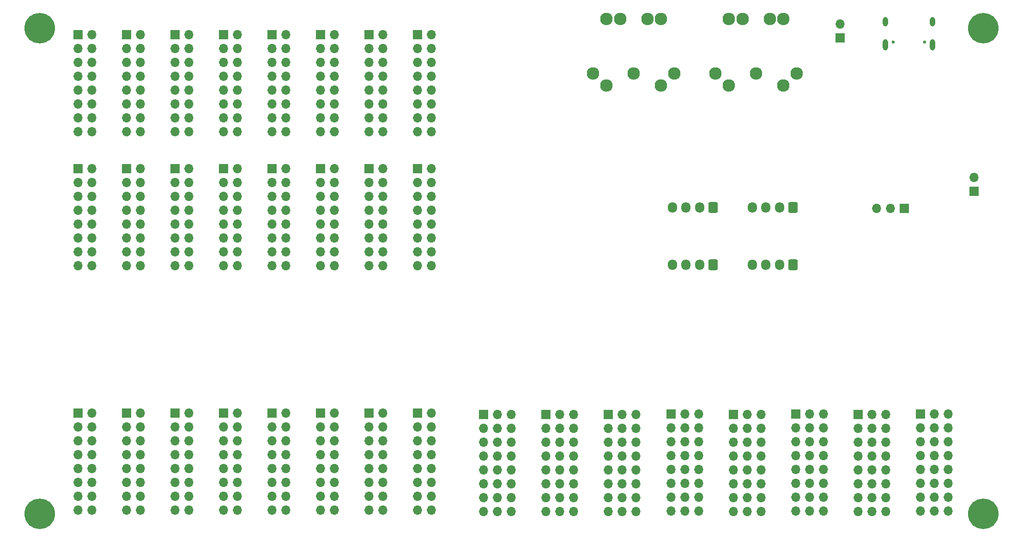
<source format=gbs>
G04 #@! TF.GenerationSoftware,KiCad,Pcbnew,7.0.8*
G04 #@! TF.CreationDate,2023-10-07T11:33:10+02:00*
G04 #@! TF.ProjectId,OpenDeck-r3.1.2,4f70656e-4465-4636-9b2d-72332e312e32,rev?*
G04 #@! TF.SameCoordinates,Original*
G04 #@! TF.FileFunction,Soldermask,Bot*
G04 #@! TF.FilePolarity,Negative*
%FSLAX46Y46*%
G04 Gerber Fmt 4.6, Leading zero omitted, Abs format (unit mm)*
G04 Created by KiCad (PCBNEW 7.0.8) date 2023-10-07 11:33:10*
%MOMM*%
%LPD*%
G01*
G04 APERTURE LIST*
G04 Aperture macros list*
%AMRoundRect*
0 Rectangle with rounded corners*
0 $1 Rounding radius*
0 $2 $3 $4 $5 $6 $7 $8 $9 X,Y pos of 4 corners*
0 Add a 4 corners polygon primitive as box body*
4,1,4,$2,$3,$4,$5,$6,$7,$8,$9,$2,$3,0*
0 Add four circle primitives for the rounded corners*
1,1,$1+$1,$2,$3*
1,1,$1+$1,$4,$5*
1,1,$1+$1,$6,$7*
1,1,$1+$1,$8,$9*
0 Add four rect primitives between the rounded corners*
20,1,$1+$1,$2,$3,$4,$5,0*
20,1,$1+$1,$4,$5,$6,$7,0*
20,1,$1+$1,$6,$7,$8,$9,0*
20,1,$1+$1,$8,$9,$2,$3,0*%
G04 Aperture macros list end*
%ADD10R,1.700000X1.700000*%
%ADD11O,1.700000X1.700000*%
%ADD12C,5.600000*%
%ADD13RoundRect,0.250000X0.600000X0.725000X-0.600000X0.725000X-0.600000X-0.725000X0.600000X-0.725000X0*%
%ADD14O,1.700000X1.950000*%
%ADD15C,2.300000*%
%ADD16C,0.600000*%
%ADD17O,0.950000X2.050000*%
%ADD18O,0.950000X1.750000*%
G04 APERTURE END LIST*
D10*
X166365000Y-100775000D03*
D11*
X166365000Y-103315000D03*
X166365000Y-105855000D03*
X166365000Y-108395000D03*
X166365000Y-110935000D03*
X166365000Y-113475000D03*
X166365000Y-116015000D03*
X166365000Y-118555000D03*
X168905000Y-100775000D03*
X168905000Y-103315000D03*
X168905000Y-105855000D03*
X168905000Y-108395000D03*
X168905000Y-110935000D03*
X168905000Y-113475000D03*
X168905000Y-116015000D03*
X168905000Y-118555000D03*
X171445000Y-100775000D03*
X171445000Y-103315000D03*
X171445000Y-105855000D03*
X171445000Y-108395000D03*
X171445000Y-110935000D03*
X171445000Y-113475000D03*
X171445000Y-116015000D03*
X171445000Y-118555000D03*
D12*
X258000000Y-30000000D03*
D13*
X208474000Y-73406000D03*
D14*
X205974000Y-73406000D03*
X203474000Y-73406000D03*
X200974000Y-73406000D03*
D10*
X256286000Y-59944000D03*
D11*
X256286000Y-57404000D03*
D13*
X223123000Y-62882000D03*
D14*
X220623000Y-62882000D03*
X218123000Y-62882000D03*
X215623000Y-62882000D03*
D15*
X208908000Y-38313000D03*
X216358000Y-38313000D03*
X223808000Y-38313000D03*
X211358000Y-40513000D03*
X221358000Y-40513000D03*
X221358000Y-28363000D03*
X211358000Y-28363000D03*
X213858000Y-28363000D03*
X218858000Y-28363000D03*
D10*
X223652000Y-100745000D03*
D11*
X223652000Y-103285000D03*
X223652000Y-105825000D03*
X223652000Y-108365000D03*
X223652000Y-110905000D03*
X223652000Y-113445000D03*
X223652000Y-115985000D03*
X223652000Y-118525000D03*
X226192000Y-100745000D03*
X226192000Y-103285000D03*
X226192000Y-105825000D03*
X226192000Y-108365000D03*
X226192000Y-110905000D03*
X226192000Y-113445000D03*
X226192000Y-115985000D03*
X226192000Y-118525000D03*
X228732000Y-100745000D03*
X228732000Y-103285000D03*
X228732000Y-105825000D03*
X228732000Y-108365000D03*
X228732000Y-110905000D03*
X228732000Y-113445000D03*
X228732000Y-115985000D03*
X228732000Y-118525000D03*
D10*
X100930596Y-100545916D03*
D11*
X103470596Y-100545916D03*
X100930596Y-103085916D03*
X103470596Y-103085916D03*
X100930596Y-105625916D03*
X103470596Y-105625916D03*
X100930596Y-108165916D03*
X103470596Y-108165916D03*
X100930596Y-110705916D03*
X103470596Y-110705916D03*
X100930596Y-113245916D03*
X103470596Y-113245916D03*
X100930596Y-115785916D03*
X103470596Y-115785916D03*
X100930596Y-118325916D03*
X103470596Y-118325916D03*
D13*
X223139000Y-73406000D03*
D14*
X220639000Y-73406000D03*
X218139000Y-73406000D03*
X215639000Y-73406000D03*
D10*
X92075000Y-55753000D03*
D11*
X94615000Y-55753000D03*
X92075000Y-58293000D03*
X94615000Y-58293000D03*
X92075000Y-60833000D03*
X94615000Y-60833000D03*
X92075000Y-63373000D03*
X94615000Y-63373000D03*
X92075000Y-65913000D03*
X94615000Y-65913000D03*
X92075000Y-68453000D03*
X94615000Y-68453000D03*
X92075000Y-70993000D03*
X94615000Y-70993000D03*
X92075000Y-73533000D03*
X94615000Y-73533000D03*
D10*
X109855000Y-55753000D03*
D11*
X112395000Y-55753000D03*
X109855000Y-58293000D03*
X112395000Y-58293000D03*
X109855000Y-60833000D03*
X112395000Y-60833000D03*
X109855000Y-63373000D03*
X112395000Y-63373000D03*
X109855000Y-65913000D03*
X112395000Y-65913000D03*
X109855000Y-68453000D03*
X112395000Y-68453000D03*
X109855000Y-70993000D03*
X112395000Y-70993000D03*
X109855000Y-73533000D03*
X112395000Y-73533000D03*
D10*
X243469400Y-63042800D03*
D11*
X240929400Y-63042800D03*
X238389400Y-63042800D03*
D10*
X136525000Y-31242000D03*
D11*
X139065000Y-31242000D03*
X136525000Y-33782000D03*
X139065000Y-33782000D03*
X136525000Y-36322000D03*
X139065000Y-36322000D03*
X136525000Y-38862000D03*
X139065000Y-38862000D03*
X136525000Y-41402000D03*
X139065000Y-41402000D03*
X136525000Y-43942000D03*
X139065000Y-43942000D03*
X136525000Y-46482000D03*
X139065000Y-46482000D03*
X136525000Y-49022000D03*
X139065000Y-49022000D03*
D10*
X109855000Y-31242000D03*
D11*
X112395000Y-31242000D03*
X109855000Y-33782000D03*
X112395000Y-33782000D03*
X109855000Y-36322000D03*
X112395000Y-36322000D03*
X109855000Y-38862000D03*
X112395000Y-38862000D03*
X109855000Y-41402000D03*
X112395000Y-41402000D03*
X109855000Y-43942000D03*
X112395000Y-43942000D03*
X109855000Y-46482000D03*
X112395000Y-46482000D03*
X109855000Y-49022000D03*
X112395000Y-49022000D03*
D12*
X258000000Y-119000000D03*
D10*
X100965000Y-55753000D03*
D11*
X103505000Y-55753000D03*
X100965000Y-58293000D03*
X103505000Y-58293000D03*
X100965000Y-60833000D03*
X103505000Y-60833000D03*
X100965000Y-63373000D03*
X103505000Y-63373000D03*
X100965000Y-65913000D03*
X103505000Y-65913000D03*
X100965000Y-68453000D03*
X103505000Y-68453000D03*
X100965000Y-70993000D03*
X103505000Y-70993000D03*
X100965000Y-73533000D03*
X103505000Y-73533000D03*
D10*
X136490596Y-100545916D03*
D11*
X139030596Y-100545916D03*
X136490596Y-103085916D03*
X139030596Y-103085916D03*
X136490596Y-105625916D03*
X139030596Y-105625916D03*
X136490596Y-108165916D03*
X139030596Y-108165916D03*
X136490596Y-110705916D03*
X139030596Y-110705916D03*
X136490596Y-113245916D03*
X139030596Y-113245916D03*
X136490596Y-115785916D03*
X139030596Y-115785916D03*
X136490596Y-118325916D03*
X139030596Y-118325916D03*
D10*
X92075000Y-31242000D03*
D11*
X94615000Y-31242000D03*
X92075000Y-33782000D03*
X94615000Y-33782000D03*
X92075000Y-36322000D03*
X94615000Y-36322000D03*
X92075000Y-38862000D03*
X94615000Y-38862000D03*
X92075000Y-41402000D03*
X94615000Y-41402000D03*
X92075000Y-43942000D03*
X94615000Y-43942000D03*
X92075000Y-46482000D03*
X94615000Y-46482000D03*
X92075000Y-49022000D03*
X94615000Y-49022000D03*
D10*
X92040596Y-100530916D03*
D11*
X94580596Y-100530916D03*
X92040596Y-103070916D03*
X94580596Y-103070916D03*
X92040596Y-105610916D03*
X94580596Y-105610916D03*
X92040596Y-108150916D03*
X94580596Y-108150916D03*
X92040596Y-110690916D03*
X94580596Y-110690916D03*
X92040596Y-113230916D03*
X94580596Y-113230916D03*
X92040596Y-115770916D03*
X94580596Y-115770916D03*
X92040596Y-118310916D03*
X94580596Y-118310916D03*
D13*
X208474000Y-62882000D03*
D14*
X205974000Y-62882000D03*
X203474000Y-62882000D03*
X200974000Y-62882000D03*
D10*
X246507000Y-100745000D03*
D11*
X246507000Y-103285000D03*
X246507000Y-105825000D03*
X246507000Y-108365000D03*
X246507000Y-110905000D03*
X246507000Y-113445000D03*
X246507000Y-115985000D03*
X246507000Y-118525000D03*
X249047000Y-100745000D03*
X249047000Y-103285000D03*
X249047000Y-105825000D03*
X249047000Y-108365000D03*
X249047000Y-110905000D03*
X249047000Y-113445000D03*
X249047000Y-115985000D03*
X249047000Y-118525000D03*
X251587000Y-100745000D03*
X251587000Y-103285000D03*
X251587000Y-105825000D03*
X251587000Y-108365000D03*
X251587000Y-110905000D03*
X251587000Y-113445000D03*
X251587000Y-115985000D03*
X251587000Y-118525000D03*
D10*
X136525000Y-55753000D03*
D11*
X139065000Y-55753000D03*
X136525000Y-58293000D03*
X139065000Y-58293000D03*
X136525000Y-60833000D03*
X139065000Y-60833000D03*
X136525000Y-63373000D03*
X139065000Y-63373000D03*
X136525000Y-65913000D03*
X139065000Y-65913000D03*
X136525000Y-68453000D03*
X139065000Y-68453000D03*
X136525000Y-70993000D03*
X139065000Y-70993000D03*
X136525000Y-73533000D03*
X139065000Y-73533000D03*
D10*
X145415000Y-31242000D03*
D11*
X147955000Y-31242000D03*
X145415000Y-33782000D03*
X147955000Y-33782000D03*
X145415000Y-36322000D03*
X147955000Y-36322000D03*
X145415000Y-38862000D03*
X147955000Y-38862000D03*
X145415000Y-41402000D03*
X147955000Y-41402000D03*
X145415000Y-43942000D03*
X147955000Y-43942000D03*
X145415000Y-46482000D03*
X147955000Y-46482000D03*
X145415000Y-49022000D03*
X147955000Y-49022000D03*
D10*
X127635000Y-31242000D03*
D11*
X130175000Y-31242000D03*
X127635000Y-33782000D03*
X130175000Y-33782000D03*
X127635000Y-36322000D03*
X130175000Y-36322000D03*
X127635000Y-38862000D03*
X130175000Y-38862000D03*
X127635000Y-41402000D03*
X130175000Y-41402000D03*
X127635000Y-43942000D03*
X130175000Y-43942000D03*
X127635000Y-46482000D03*
X130175000Y-46482000D03*
X127635000Y-49022000D03*
X130175000Y-49022000D03*
D15*
X186458000Y-38313000D03*
X193908000Y-38313000D03*
X201358000Y-38313000D03*
X188908000Y-40513000D03*
X198908000Y-40513000D03*
X198908000Y-28363000D03*
X188908000Y-28363000D03*
X191408000Y-28363000D03*
X196408000Y-28363000D03*
D10*
X145415000Y-55753000D03*
D11*
X147955000Y-55753000D03*
X145415000Y-58293000D03*
X147955000Y-58293000D03*
X145415000Y-60833000D03*
X147955000Y-60833000D03*
X145415000Y-63373000D03*
X147955000Y-63373000D03*
X145415000Y-65913000D03*
X147955000Y-65913000D03*
X145415000Y-68453000D03*
X147955000Y-68453000D03*
X145415000Y-70993000D03*
X147955000Y-70993000D03*
X145415000Y-73533000D03*
X147955000Y-73533000D03*
D10*
X109820596Y-100545916D03*
D11*
X112360596Y-100545916D03*
X109820596Y-103085916D03*
X112360596Y-103085916D03*
X109820596Y-105625916D03*
X112360596Y-105625916D03*
X109820596Y-108165916D03*
X112360596Y-108165916D03*
X109820596Y-110705916D03*
X112360596Y-110705916D03*
X109820596Y-113245916D03*
X112360596Y-113245916D03*
X109820596Y-115785916D03*
X112360596Y-115785916D03*
X109820596Y-118325916D03*
X112360596Y-118325916D03*
D10*
X118745000Y-31242000D03*
D11*
X121285000Y-31242000D03*
X118745000Y-33782000D03*
X121285000Y-33782000D03*
X118745000Y-36322000D03*
X121285000Y-36322000D03*
X118745000Y-38862000D03*
X121285000Y-38862000D03*
X118745000Y-41402000D03*
X121285000Y-41402000D03*
X118745000Y-43942000D03*
X121285000Y-43942000D03*
X118745000Y-46482000D03*
X121285000Y-46482000D03*
X118745000Y-49022000D03*
X121285000Y-49022000D03*
D10*
X231749600Y-31805800D03*
D11*
X231749600Y-29265800D03*
D10*
X127635000Y-55753000D03*
D11*
X130175000Y-55753000D03*
X127635000Y-58293000D03*
X130175000Y-58293000D03*
X127635000Y-60833000D03*
X130175000Y-60833000D03*
X127635000Y-63373000D03*
X130175000Y-63373000D03*
X127635000Y-65913000D03*
X130175000Y-65913000D03*
X127635000Y-68453000D03*
X130175000Y-68453000D03*
X127635000Y-70993000D03*
X130175000Y-70993000D03*
X127635000Y-73533000D03*
X130175000Y-73533000D03*
D10*
X127600596Y-100545916D03*
D11*
X130140596Y-100545916D03*
X127600596Y-103085916D03*
X130140596Y-103085916D03*
X127600596Y-105625916D03*
X130140596Y-105625916D03*
X127600596Y-108165916D03*
X130140596Y-108165916D03*
X127600596Y-110705916D03*
X130140596Y-110705916D03*
X127600596Y-113245916D03*
X130140596Y-113245916D03*
X127600596Y-115785916D03*
X130140596Y-115785916D03*
X127600596Y-118325916D03*
X130140596Y-118325916D03*
D10*
X200792000Y-100745000D03*
D11*
X200792000Y-103285000D03*
X200792000Y-105825000D03*
X200792000Y-108365000D03*
X200792000Y-110905000D03*
X200792000Y-113445000D03*
X200792000Y-115985000D03*
X200792000Y-118525000D03*
X203332000Y-100745000D03*
X203332000Y-103285000D03*
X203332000Y-105825000D03*
X203332000Y-108365000D03*
X203332000Y-110905000D03*
X203332000Y-113445000D03*
X203332000Y-115985000D03*
X203332000Y-118525000D03*
X205872000Y-100745000D03*
X205872000Y-103285000D03*
X205872000Y-105825000D03*
X205872000Y-108365000D03*
X205872000Y-110905000D03*
X205872000Y-113445000D03*
X205872000Y-115985000D03*
X205872000Y-118525000D03*
D12*
X85000000Y-119000000D03*
D10*
X177800000Y-100760000D03*
D11*
X177800000Y-103300000D03*
X177800000Y-105840000D03*
X177800000Y-108380000D03*
X177800000Y-110920000D03*
X177800000Y-113460000D03*
X177800000Y-116000000D03*
X177800000Y-118540000D03*
X180340000Y-100760000D03*
X180340000Y-103300000D03*
X180340000Y-105840000D03*
X180340000Y-108380000D03*
X180340000Y-110920000D03*
X180340000Y-113460000D03*
X180340000Y-116000000D03*
X180340000Y-118540000D03*
X182880000Y-100760000D03*
X182880000Y-103300000D03*
X182880000Y-105840000D03*
X182880000Y-108380000D03*
X182880000Y-110920000D03*
X182880000Y-113460000D03*
X182880000Y-116000000D03*
X182880000Y-118540000D03*
D12*
X85000000Y-30000000D03*
D10*
X154305000Y-55753000D03*
D11*
X156845000Y-55753000D03*
X154305000Y-58293000D03*
X156845000Y-58293000D03*
X154305000Y-60833000D03*
X156845000Y-60833000D03*
X154305000Y-63373000D03*
X156845000Y-63373000D03*
X154305000Y-65913000D03*
X156845000Y-65913000D03*
X154305000Y-68453000D03*
X156845000Y-68453000D03*
X154305000Y-70993000D03*
X156845000Y-70993000D03*
X154305000Y-73533000D03*
X156845000Y-73533000D03*
D10*
X189230000Y-100760000D03*
D11*
X189230000Y-103300000D03*
X189230000Y-105840000D03*
X189230000Y-108380000D03*
X189230000Y-110920000D03*
X189230000Y-113460000D03*
X189230000Y-116000000D03*
X189230000Y-118540000D03*
X191770000Y-100760000D03*
X191770000Y-103300000D03*
X191770000Y-105840000D03*
X191770000Y-108380000D03*
X191770000Y-110920000D03*
X191770000Y-113460000D03*
X191770000Y-116000000D03*
X191770000Y-118540000D03*
X194310000Y-100760000D03*
X194310000Y-103300000D03*
X194310000Y-105840000D03*
X194310000Y-108380000D03*
X194310000Y-110920000D03*
X194310000Y-113460000D03*
X194310000Y-116000000D03*
X194310000Y-118540000D03*
D10*
X154265596Y-100560916D03*
D11*
X156805596Y-100560916D03*
X154265596Y-103100916D03*
X156805596Y-103100916D03*
X154265596Y-105640916D03*
X156805596Y-105640916D03*
X154265596Y-108180916D03*
X156805596Y-108180916D03*
X154265596Y-110720916D03*
X156805596Y-110720916D03*
X154265596Y-113260916D03*
X156805596Y-113260916D03*
X154265596Y-115800916D03*
X156805596Y-115800916D03*
X154265596Y-118340916D03*
X156805596Y-118340916D03*
D10*
X154305000Y-31242000D03*
D11*
X156845000Y-31242000D03*
X154305000Y-33782000D03*
X156845000Y-33782000D03*
X154305000Y-36322000D03*
X156845000Y-36322000D03*
X154305000Y-38862000D03*
X156845000Y-38862000D03*
X154305000Y-41402000D03*
X156845000Y-41402000D03*
X154305000Y-43942000D03*
X156845000Y-43942000D03*
X154305000Y-46482000D03*
X156845000Y-46482000D03*
X154305000Y-49022000D03*
X156845000Y-49022000D03*
D10*
X212217000Y-100760000D03*
D11*
X212217000Y-103300000D03*
X212217000Y-105840000D03*
X212217000Y-108380000D03*
X212217000Y-110920000D03*
X212217000Y-113460000D03*
X212217000Y-116000000D03*
X212217000Y-118540000D03*
X214757000Y-100760000D03*
X214757000Y-103300000D03*
X214757000Y-105840000D03*
X214757000Y-108380000D03*
X214757000Y-110920000D03*
X214757000Y-113460000D03*
X214757000Y-116000000D03*
X214757000Y-118540000D03*
X217297000Y-100760000D03*
X217297000Y-103300000D03*
X217297000Y-105840000D03*
X217297000Y-108380000D03*
X217297000Y-110920000D03*
X217297000Y-113460000D03*
X217297000Y-116000000D03*
X217297000Y-118540000D03*
D10*
X145380596Y-100560916D03*
D11*
X147920596Y-100560916D03*
X145380596Y-103100916D03*
X147920596Y-103100916D03*
X145380596Y-105640916D03*
X147920596Y-105640916D03*
X145380596Y-108180916D03*
X147920596Y-108180916D03*
X145380596Y-110720916D03*
X147920596Y-110720916D03*
X145380596Y-113260916D03*
X147920596Y-113260916D03*
X145380596Y-115800916D03*
X147920596Y-115800916D03*
X145380596Y-118340916D03*
X147920596Y-118340916D03*
D16*
X247238000Y-32534400D03*
X241458000Y-32534400D03*
D17*
X248673000Y-33024400D03*
X240023000Y-33024400D03*
D18*
X248673000Y-28854400D03*
X240023000Y-28854400D03*
D10*
X118710596Y-100545916D03*
D11*
X121250596Y-100545916D03*
X118710596Y-103085916D03*
X121250596Y-103085916D03*
X118710596Y-105625916D03*
X121250596Y-105625916D03*
X118710596Y-108165916D03*
X121250596Y-108165916D03*
X118710596Y-110705916D03*
X121250596Y-110705916D03*
X118710596Y-113245916D03*
X121250596Y-113245916D03*
X118710596Y-115785916D03*
X121250596Y-115785916D03*
X118710596Y-118325916D03*
X121250596Y-118325916D03*
D10*
X100965000Y-31242000D03*
D11*
X103505000Y-31242000D03*
X100965000Y-33782000D03*
X103505000Y-33782000D03*
X100965000Y-36322000D03*
X103505000Y-36322000D03*
X100965000Y-38862000D03*
X103505000Y-38862000D03*
X100965000Y-41402000D03*
X103505000Y-41402000D03*
X100965000Y-43942000D03*
X103505000Y-43942000D03*
X100965000Y-46482000D03*
X103505000Y-46482000D03*
X100965000Y-49022000D03*
X103505000Y-49022000D03*
D10*
X235072000Y-100760000D03*
D11*
X235072000Y-103300000D03*
X235072000Y-105840000D03*
X235072000Y-108380000D03*
X235072000Y-110920000D03*
X235072000Y-113460000D03*
X235072000Y-116000000D03*
X235072000Y-118540000D03*
X237612000Y-100760000D03*
X237612000Y-103300000D03*
X237612000Y-105840000D03*
X237612000Y-108380000D03*
X237612000Y-110920000D03*
X237612000Y-113460000D03*
X237612000Y-116000000D03*
X237612000Y-118540000D03*
X240152000Y-100760000D03*
X240152000Y-103300000D03*
X240152000Y-105840000D03*
X240152000Y-108380000D03*
X240152000Y-110920000D03*
X240152000Y-113460000D03*
X240152000Y-116000000D03*
X240152000Y-118540000D03*
D10*
X118745000Y-55753000D03*
D11*
X121285000Y-55753000D03*
X118745000Y-58293000D03*
X121285000Y-58293000D03*
X118745000Y-60833000D03*
X121285000Y-60833000D03*
X118745000Y-63373000D03*
X121285000Y-63373000D03*
X118745000Y-65913000D03*
X121285000Y-65913000D03*
X118745000Y-68453000D03*
X121285000Y-68453000D03*
X118745000Y-70993000D03*
X121285000Y-70993000D03*
X118745000Y-73533000D03*
X121285000Y-73533000D03*
M02*

</source>
